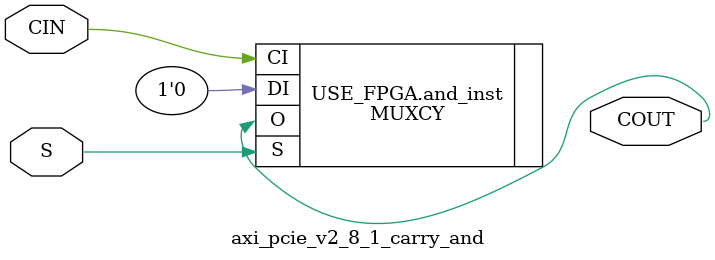
<source format=v>
`timescale 1ns/100ps


module axi_pcie_v2_8_1_carry_and #
  (
   parameter         C_FAMILY                         = "virtex7"
                       // FPGA Family. Current version: virtex6 or spartan6.
   )
  (
   input  wire        CIN,
   input  wire        S,
   output wire        COUT
   );
  
  
  /////////////////////////////////////////////////////////////////////////////
  // Variables for generating parameter controlled instances.
  /////////////////////////////////////////////////////////////////////////////
  
  
  /////////////////////////////////////////////////////////////////////////////
  // Local params
  /////////////////////////////////////////////////////////////////////////////
  
  
  /////////////////////////////////////////////////////////////////////////////
  // Functions
  /////////////////////////////////////////////////////////////////////////////
  
  
  /////////////////////////////////////////////////////////////////////////////
  // Internal signals
  /////////////////////////////////////////////////////////////////////////////

  
  /////////////////////////////////////////////////////////////////////////////
  // Instantiate or use RTL code
  /////////////////////////////////////////////////////////////////////////////
  
  generate
    if ( C_FAMILY == "rtl" ) begin : USE_RTL
      assign COUT = CIN & S;
      
    end else begin : USE_FPGA
      MUXCY and_inst 
      (
       .O (COUT), 
       .CI (CIN), 
       .DI (1'b0), 
       .S (S)
      ); 
      
    end
  endgenerate
  
  
endmodule

</source>
